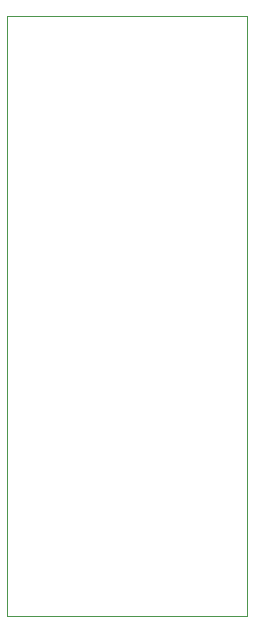
<source format=gbr>
%TF.GenerationSoftware,KiCad,Pcbnew,6.0.7-f9a2dced07~116~ubuntu20.04.1*%
%TF.CreationDate,2022-09-11T17:48:59+02:00*%
%TF.ProjectId,MIDI_OUT,4d494449-5f4f-4555-942e-6b696361645f,2.0*%
%TF.SameCoordinates,Original*%
%TF.FileFunction,Profile,NP*%
%FSLAX46Y46*%
G04 Gerber Fmt 4.6, Leading zero omitted, Abs format (unit mm)*
G04 Created by KiCad (PCBNEW 6.0.7-f9a2dced07~116~ubuntu20.04.1) date 2022-09-11 17:48:59*
%MOMM*%
%LPD*%
G01*
G04 APERTURE LIST*
%TA.AperFunction,Profile*%
%ADD10C,0.100000*%
%TD*%
G04 APERTURE END LIST*
D10*
X84886800Y-95173800D02*
X64566800Y-95173800D01*
X64566800Y-95173800D02*
X64566800Y-44323000D01*
X64566800Y-44323000D02*
X84886800Y-44323000D01*
X84886800Y-44323000D02*
X84886800Y-95173800D01*
M02*

</source>
